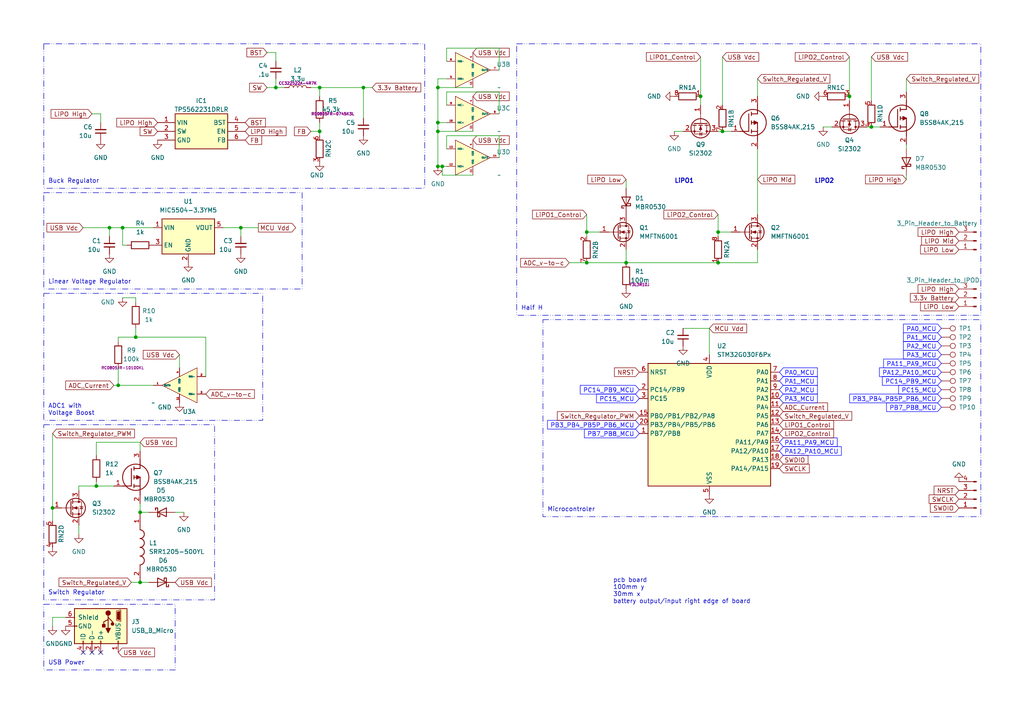
<source format=kicad_sch>
(kicad_sch (version 20230121) (generator eeschema)
  (paper "A4")
  (lib_symbols
    (symbol "BSS84AK_215:BSS84AK,215" (pin_names hide)
      (property "Reference" "Q" (at 11.43 3.81 0))
      (property "Value" "BSS84AK,215" (at 11.43 1.27 0))
      (symbol "BSS84AK,215_1_1"
        (pin passive line (at 0 0 0) (length 2.54) (name "G") (number "1"))
        (pin passive line (at 7.62 -5.08 90) (length 2.54) (name "S") (number "2"))
        (pin passive line (at 7.62 10.16 270) (length 2.54) (name "D") (number "3"))
      )
    )
    (symbol "Connector:Conn_01x03_Pin" (pin_names (offset 1.016) hide)
      (property "Reference" "J" (at 0 5.08 0))
      (property "Value" "Conn_01x03_Pin" (at 0 -5.08 0))
      (symbol "Conn_01x03_Pin_1_1"
        (pin passive line (at 5.08 2.54 180) (length 3.81) (name "Pin_1") (number "1"))
        (pin passive line (at 5.08 0 180) (length 3.81) (name "Pin_2") (number "2"))
        (pin passive line (at 5.08 -2.54 180) (length 3.81) (name "Pin_3") (number "3"))
      )
    )
    (symbol "Connector:Conn_01x04_Pin" (pin_names (offset 1.016) hide)
      (property "Reference" "J" (at 0 5.08 0))
      (property "Value" "Conn_01x04_Pin" (at 0 -7.62 0))
      (symbol "Conn_01x04_Pin_1_1"
        (pin passive line (at 5.08 2.54 180) (length 3.81) (name "Pin_1") (number "1"))
        (pin passive line (at 5.08 0 180) (length 3.81) (name "Pin_2") (number "2"))
        (pin passive line (at 5.08 -2.54 180) (length 3.81) (name "Pin_3") (number "3"))
        (pin passive line (at 5.08 -5.08 180) (length 3.81) (name "Pin_4") (number "4"))
      )
    )
    (symbol "Connector:TestPoint" (pin_numbers hide) (pin_names (offset 0.762) hide)
      (property "Reference" "TP" (at 0 6.858 0))
      (property "Value" "TestPoint" (at 0 5.08 0))
      (symbol "TestPoint_1_1"
        (pin passive line (at 0 0 90) (length 2.54) (name "1") (number "1"))
      )
    )
    (symbol "Connector:USB_B_Micro" (pin_names (offset 1.016))
      (property "Reference" "J" (at -5.08 11.43 0))
      (property "Value" "USB_B_Micro" (at -5.08 8.89 0))
      (symbol "USB_B_Micro_1_1"
        (pin power_out line (at 7.62 5.08 180) (length 2.54) (name "VBUS") (number "1"))
        (pin bidirectional line (at 7.62 -2.54 180) (length 2.54) (name "D-") (number "2"))
        (pin bidirectional line (at 7.62 0 180) (length 2.54) (name "D+") (number "3"))
        (pin passive line (at 7.62 -5.08 180) (length 2.54) (name "ID") (number "4"))
        (pin power_out line (at 0 -10.16 90) (length 2.54) (name "GND") (number "5"))
        (pin passive line (at -2.54 -10.16 90) (length 2.54) (name "Shield") (number "6"))
      )
    )
    (symbol "Device:C_Small" (pin_numbers hide) (pin_names (offset 0.254) hide)
      (property "Reference" "C" (at 0.254 1.778 0))
      (property "Value" "C_Small" (at 0.254 -2.032 0))
      (symbol "C_Small_1_1"
        (pin passive line (at 0 2.54 270) (length 2.032) (name "~") (number "1"))
        (pin passive line (at 0 -2.54 90) (length 2.032) (name "~") (number "2"))
      )
    )
    (symbol "Device:L" (pin_numbers hide) (pin_names (offset 1.016) hide)
      (property "Reference" "L" (at -1.27 0 90))
      (property "Value" "L" (at 1.905 0 90))
      (symbol "L_1_1"
        (pin passive line (at 0 3.81 270) (length 1.27) (name "1") (number "1"))
        (pin passive line (at 0 -3.81 90) (length 1.27) (name "2") (number "2"))
      )
    )
    (symbol "Device:Q_NMOS_GSD" (pin_names (offset 0) hide)
      (property "Reference" "Q" (at 5.08 1.27 0))
      (property "Value" "Q_NMOS_GSD" (at 5.08 -1.27 0))
      (symbol "Q_NMOS_GSD_1_1"
        (pin input line (at -5.08 0 0) (length 2.54) (name "G") (number "1"))
        (pin passive line (at 2.54 -5.08 90) (length 2.54) (name "S") (number "2"))
        (pin passive line (at 2.54 5.08 270) (length 2.54) (name "D") (number "3"))
      )
    )
    (symbol "Device:R" (pin_numbers hide) (pin_names (offset 0))
      (property "Reference" "R" (at 2.032 0 90))
      (property "Value" "R" (at 0 0 90))
      (symbol "R_1_1"
        (pin passive line (at 0 3.81 270) (length 1.27) (name "~") (number "1"))
        (pin passive line (at 0 -3.81 90) (length 1.27) (name "~") (number "2"))
      )
    )
    (symbol "Device:R_Pack04_Split" (pin_names (offset 0) hide)
      (property "Reference" "RN" (at 2.032 0 90))
      (property "Value" "R_Pack04_Split" (at 0 0 90))
      (symbol "R_Pack04_Split_1_1"
        (pin passive line (at 0 -3.81 90) (length 1.27) (name "R1.1") (number "1"))
        (pin passive line (at 0 3.81 270) (length 1.27) (name "R1.2") (number "8"))
      )
      (symbol "R_Pack04_Split_2_1"
        (pin passive line (at 0 -3.81 90) (length 1.27) (name "R2.1") (number "2"))
        (pin passive line (at 0 3.81 270) (length 1.27) (name "R2.2") (number "7"))
      )
      (symbol "R_Pack04_Split_3_1"
        (pin passive line (at 0 -3.81 90) (length 1.27) (name "R3.1") (number "3"))
        (pin passive line (at 0 3.81 270) (length 1.27) (name "R3.2") (number "6"))
      )
      (symbol "R_Pack04_Split_4_1"
        (pin passive line (at 0 -3.81 90) (length 1.27) (name "R4.1") (number "4"))
        (pin passive line (at 0 3.81 270) (length 1.27) (name "R4.2") (number "5"))
      )
    )
    (symbol "Diode:1N5711" (pin_numbers hide) (pin_names (offset 1.016) hide)
      (property "Reference" "D" (at 0 2.54 0))
      (property "Value" "1N5711" (at 0 -2.54 0))
      (symbol "1N5711_1_1"
        (pin passive line (at -3.81 0 0) (length 2.54) (name "K") (number "1"))
        (pin passive line (at 3.81 0 180) (length 2.54) (name "A") (number "2"))
      )
    )
    (symbol "MCU_ST_STM32G0:STM32G030F6Px"
      (property "Reference" "U" (at -17.78 19.05 0))
      (property "Value" "STM32G030F6Px" (at 2.54 19.05 0))
      (symbol "STM32G030F6Px_1_1"
        (pin bidirectional line (at -20.32 -2.54 0) (length 2.54) (name "PB7/PB8") (number "1"))
        (pin bidirectional line (at 20.32 7.62 180) (length 2.54) (name "PA3") (number "10"))
        (pin bidirectional line (at 20.32 5.08 180) (length 2.54) (name "PA4") (number "11"))
        (pin bidirectional line (at 20.32 2.54 180) (length 2.54) (name "PA5") (number "12"))
        (pin bidirectional line (at 20.32 0 180) (length 2.54) (name "PA6") (number "13"))
        (pin bidirectional line (at 20.32 -2.54 180) (length 2.54) (name "PA7") (number "14"))
        (pin bidirectional line (at -20.32 2.54 0) (length 2.54) (name "PB0/PB1/PB2/PA8") (number "15"))
        (pin bidirectional line (at 20.32 -5.08 180) (length 2.54) (name "PA11/PA9") (number "16"))
        (pin bidirectional line (at 20.32 -7.62 180) (length 2.54) (name "PA12/PA10") (number "17"))
        (pin bidirectional line (at 20.32 -10.16 180) (length 2.54) (name "PA13") (number "18"))
        (pin bidirectional line (at 20.32 -12.7 180) (length 2.54) (name "PA14/PA15") (number "19"))
        (pin bidirectional line (at -20.32 10.16 0) (length 2.54) (name "PC14/PB9") (number "2"))
        (pin bidirectional line (at -20.32 0 0) (length 2.54) (name "PB3/PB4/PB5/PB6") (number "20"))
        (pin bidirectional line (at -20.32 7.62 0) (length 2.54) (name "PC15") (number "3"))
        (pin power_in line (at 0 20.32 270) (length 2.54) (name "VDD") (number "4"))
        (pin power_in line (at 0 -20.32 90) (length 2.54) (name "VSS") (number "5"))
        (pin input line (at -20.32 15.24 0) (length 2.54) (name "NRST") (number "6"))
        (pin bidirectional line (at 20.32 15.24 180) (length 2.54) (name "PA0") (number "7"))
        (pin bidirectional line (at 20.32 12.7 180) (length 2.54) (name "PA1") (number "8"))
        (pin bidirectional line (at 20.32 10.16 180) (length 2.54) (name "PA2") (number "9"))
      )
    )
    (symbol "RTOS_POD:MCP6489-E/SL"
      (property "Reference" "U" (at 8.89 -2.54 0))
      (symbol "MCP6489-E/SL_0_1"
        (pin power_in line (at 5.08 -5.08 90) (length 2.54) (name "VSS") (number "11"))
        (pin power_in line (at 5.08 5.08 270) (length 2.54) (name "VDD") (number "4"))
      )
      (symbol "MCP6489-E/SL_1_1"
        (pin output line (at 12.7 0 180) (length 2.54) (name "OUTA") (number "1"))
        (pin input line (at -2.54 2.54 0) (length 2.54) (name "INA-") (number "2"))
        (pin input line (at -2.54 -2.54 0) (length 2.54) (name "INA+") (number "3"))
      )
      (symbol "MCP6489-E/SL_2_1"
        (pin input line (at -2.54 -2.54 0) (length 2.54) (name "INB+") (number "5"))
        (pin input line (at -2.54 2.54 0) (length 2.54) (name "INB-") (number "6"))
        (pin output line (at 12.7 0 180) (length 2.54) (name "OUTB") (number "7"))
      )
      (symbol "MCP6489-E/SL_3_1"
        (pin input line (at -2.54 -2.54 0) (length 2.54) (name "INC+") (number "10"))
        (pin output line (at 12.7 0 180) (length 2.54) (name "OUTA") (number "8"))
        (pin input line (at -2.54 2.54 0) (length 2.54) (name "INC-") (number "9"))
      )
      (symbol "MCP6489-E/SL_4_1"
        (pin input line (at -2.54 -2.54 0) (length 2.54) (name "IND+") (number "12"))
        (pin input line (at -2.54 2.54 0) (length 2.54) (name "IND-") (number "13"))
        (pin output line (at 12.7 0 180) (length 2.54) (name "OUTD") (number "14"))
      )
    )
    (symbol "Regulator_Linear:MIC5504-3.3YM5"
      (property "Reference" "U" (at -7.62 8.89 0))
      (property "Value" "MIC5504-3.3YM5" (at -7.62 6.35 0))
      (symbol "MIC5504-3.3YM5_1_1"
        (pin power_in line (at -10.16 2.54 0) (length 2.54) (name "VIN") (number "1"))
        (pin power_in line (at 0 -7.62 90) (length 2.54) (name "GND") (number "2"))
        (pin input line (at -10.16 -2.54 0) (length 2.54) (name "EN") (number "3"))
        (pin no_connect line (at 7.62 -2.54 180) (length 2.54) hide (name "NC") (number "4"))
        (pin power_out line (at 10.16 2.54 180) (length 2.54) (name "VOUT") (number "5"))
      )
    )
    (symbol "SRR1205-500YL:SRR1205-500YL" (pin_names hide)
      (property "Reference" "L" (at 16.51 6.35 0))
      (property "Value" "SRR1205-500YL" (at 16.51 3.81 0))
      (symbol "SRR1205-500YL_1_1"
        (pin passive line (at 0 0 0) (length 5.08) (name "1") (number "1"))
        (pin passive line (at 20.32 0 180) (length 5.08) (name "2") (number "2"))
      )
    )
    (symbol "TPS562231DRLR:TPS562231DRLR"
      (property "Reference" "IC" (at 21.59 7.62 0))
      (property "Value" "TPS562231DRLR" (at 21.59 5.08 0))
      (symbol "TPS562231DRLR_1_1"
        (pin passive line (at 0 0 0) (length 5.08) (name "VIN") (number "1"))
        (pin passive line (at 0 -2.54 0) (length 5.08) (name "SW") (number "2"))
        (pin passive line (at 0 -5.08 0) (length 5.08) (name "GND") (number "3"))
        (pin passive line (at 25.4 0 180) (length 5.08) (name "BST") (number "4"))
        (pin passive line (at 25.4 -2.54 180) (length 5.08) (name "EN") (number "5"))
        (pin passive line (at 25.4 -5.08 180) (length 5.08) (name "FB") (number "6"))
      )
    )
    (symbol "power:GND" (power) (pin_names (offset 0))
      (property "Value" "GND" (at 0 -3.81 0))
      (symbol "GND_1_1"
        (pin power_in line (at 0 0 270) (length 0) hide (name "GND") (number "1"))
      )
    )
  )
  (junction (at 80.01 25.4))
  (junction (at 105.41 25.4))
  (junction (at 127 35.56))
  (junction (at 40.64 168.91))
  (junction (at 252.73 36.83))
  (junction (at 69.85 66.04))
  (junction (at 208.28 67.31))
  (junction (at 170.18 67.31))
  (junction (at 27.94 140.97))
  (junction (at 34.29 111.76))
  (junction (at 35.56 66.04))
  (junction (at 127 48.26))
  (junction (at 39.37 97.79))
  (junction (at 203.2 27.94))
  (junction (at 127 38.1))
  (junction (at 31.75 66.04))
  (junction (at 15.24 147.32))
  (junction (at 208.28 76.2))
  (junction (at 127 25.4))
  (junction (at 209.55 38.1))
  (junction (at 181.61 76.2))
  (junction (at 128.27 48.26))
  (junction (at 246.38 27.94))
  (junction (at 170.18 76.2))
  (junction (at 92.71 25.4))
  (junction (at 92.71 38.1))
  (junction (at 40.64 148.59))
  (no_connect (at 26.67 189.23))
  (no_connect (at 24.13 189.23))
  (no_connect (at 29.21 189.23))
  (wire (pts (xy 92.71 39.37) (xy 92.71 38.1)))
  (wire (pts (xy 262.89 41.91) (xy 262.89 43.18)))
  (wire (pts (xy 208.28 68.58) (xy 208.28 67.31)))
  (wire (pts (xy 203.2 27.94) (xy 203.2 30.48)))
  (wire (pts (xy 129.54 13.97) (xy 129.54 17.78)))
  (wire (pts (xy 209.55 38.1) (xy 212.09 38.1)))
  (wire (pts (xy 40.64 148.59) (xy 43.18 148.59)))
  (wire (pts (xy 181.61 76.2) (xy 181.61 72.39)))
  (wire (pts (xy 69.85 68.58) (xy 69.85 66.04)))
  (wire (pts (xy 80.01 25.4) (xy 80.01 22.86)))
  (wire (pts (xy 144.78 45.72) (xy 144.78 39.37)))
  (wire (pts (xy 105.41 25.4) (xy 107.95 25.4)))
  (wire (pts (xy 22.86 152.4) (xy 22.86 154.94)))
  (wire (pts (xy 31.75 68.58) (xy 31.75 66.04)))
  (wire (pts (xy 34.29 111.76) (xy 44.45 111.76)))
  (wire (pts (xy 36.83 71.12) (xy 35.56 71.12)))
  (wire (pts (xy 198.12 95.25) (xy 205.74 95.25)))
  (wire (pts (xy 170.18 76.2) (xy 181.61 76.2)))
  (wire (pts (xy 208.28 67.31) (xy 212.09 67.31)))
  (wire (pts (xy 262.89 52.07) (xy 262.89 50.8)))
  (wire (pts (xy 35.56 66.04) (xy 44.45 66.04)))
  (wire (pts (xy 24.13 66.04) (xy 31.75 66.04)))
  (wire (pts (xy 198.12 38.1) (xy 195.58 38.1)))
  (wire (pts (xy 90.17 38.1) (xy 92.71 38.1)))
  (wire (pts (xy 39.37 86.36) (xy 39.37 87.63)))
  (wire (pts (xy 209.55 16.51) (xy 209.55 30.48)))
  (wire (pts (xy 128.27 50.8) (xy 128.27 48.26)))
  (wire (pts (xy 129.54 39.37) (xy 129.54 43.18)))
  (wire (pts (xy 74.93 66.04) (xy 69.85 66.04)))
  (wire (pts (xy 205.74 95.25) (xy 205.74 102.87)))
  (wire (pts (xy 129.54 22.86) (xy 127 22.86)))
  (wire (pts (xy 40.64 128.27) (xy 40.64 130.81)))
  (wire (pts (xy 31.75 66.04) (xy 35.56 66.04)))
  (wire (pts (xy 170.18 67.31) (xy 173.99 67.31)))
  (wire (pts (xy 77.47 25.4) (xy 80.01 25.4)))
  (wire (pts (xy 241.3 36.83) (xy 238.76 36.83)))
  (wire (pts (xy 19.05 179.07) (xy 15.24 179.07)))
  (wire (pts (xy 219.71 22.86) (xy 219.71 27.94)))
  (wire (pts (xy 181.61 52.07) (xy 181.61 54.61)))
  (wire (pts (xy 50.8 148.59) (xy 53.34 148.59)))
  (wire (pts (xy 38.1 168.91) (xy 40.64 168.91)))
  (wire (pts (xy 203.2 16.51) (xy 203.2 27.94)))
  (wire (pts (xy 22.86 140.97) (xy 22.86 142.24)))
  (wire (pts (xy 251.46 36.83) (xy 252.73 36.83)))
  (wire (pts (xy 246.38 27.94) (xy 246.38 29.21)))
  (wire (pts (xy 35.56 86.36) (xy 39.37 86.36)))
  (wire (pts (xy 82.55 25.4) (xy 80.01 25.4)))
  (wire (pts (xy 181.61 76.2) (xy 208.28 76.2)))
  (wire (pts (xy 127 35.56) (xy 129.54 35.56)))
  (wire (pts (xy 129.54 48.26) (xy 128.27 48.26)))
  (wire (pts (xy 144.78 33.02) (xy 144.78 26.67)))
  (wire (pts (xy 208.28 62.23) (xy 208.28 67.31)))
  (wire (pts (xy 170.18 62.23) (xy 170.18 67.31)))
  (wire (pts (xy 34.29 97.79) (xy 39.37 97.79)))
  (wire (pts (xy 77.47 15.24) (xy 80.01 15.24)))
  (wire (pts (xy 252.73 16.51) (xy 252.73 29.21)))
  (wire (pts (xy 127 35.56) (xy 127 38.1)))
  (wire (pts (xy 27.94 128.27) (xy 40.64 128.27)))
  (wire (pts (xy 105.41 25.4) (xy 92.71 25.4)))
  (wire (pts (xy 129.54 26.67) (xy 144.78 26.67)))
  (wire (pts (xy 208.28 76.2) (xy 219.71 76.2)))
  (wire (pts (xy 92.71 25.4) (xy 90.17 25.4)))
  (wire (pts (xy 165.1 76.2) (xy 170.18 76.2)))
  (wire (pts (xy 26.67 33.02) (xy 29.21 33.02)))
  (wire (pts (xy 170.18 68.58) (xy 170.18 67.31)))
  (wire (pts (xy 219.71 76.2) (xy 219.71 72.39)))
  (wire (pts (xy 80.01 15.24) (xy 80.01 17.78)))
  (wire (pts (xy 22.86 140.97) (xy 27.94 140.97)))
  (wire (pts (xy 219.71 43.18) (xy 219.71 62.23)))
  (wire (pts (xy 40.64 168.91) (xy 43.18 168.91)))
  (wire (pts (xy 127 25.4) (xy 137.16 25.4)))
  (wire (pts (xy 34.29 106.68) (xy 34.29 111.76)))
  (wire (pts (xy 144.78 13.97) (xy 129.54 13.97)))
  (wire (pts (xy 137.16 50.8) (xy 128.27 50.8)))
  (wire (pts (xy 127 38.1) (xy 137.16 38.1)))
  (wire (pts (xy 59.69 109.22) (xy 59.69 97.79)))
  (wire (pts (xy 40.64 146.05) (xy 40.64 148.59)))
  (wire (pts (xy 246.38 16.51) (xy 246.38 27.94)))
  (wire (pts (xy 128.27 48.26) (xy 127 48.26)))
  (wire (pts (xy 144.78 20.32) (xy 144.78 13.97)))
  (wire (pts (xy 208.28 38.1) (xy 209.55 38.1)))
  (wire (pts (xy 15.24 179.07) (xy 15.24 181.61)))
  (wire (pts (xy 39.37 97.79) (xy 59.69 97.79)))
  (wire (pts (xy 69.85 66.04) (xy 64.77 66.04)))
  (wire (pts (xy 15.24 125.73) (xy 15.24 147.32)))
  (wire (pts (xy 29.21 33.02) (xy 29.21 35.56)))
  (wire (pts (xy 105.41 34.29) (xy 105.41 25.4)))
  (wire (pts (xy 144.78 39.37) (xy 129.54 39.37)))
  (wire (pts (xy 262.89 22.86) (xy 262.89 26.67)))
  (wire (pts (xy 252.73 36.83) (xy 255.27 36.83)))
  (wire (pts (xy 27.94 140.97) (xy 33.02 140.97)))
  (wire (pts (xy 34.29 97.79) (xy 34.29 99.06)))
  (wire (pts (xy 27.94 139.7) (xy 27.94 140.97)))
  (wire (pts (xy 129.54 26.67) (xy 129.54 30.48)))
  (wire (pts (xy 127 25.4) (xy 127 35.56)))
  (wire (pts (xy 35.56 71.12) (xy 35.56 66.04)))
  (wire (pts (xy 92.71 27.94) (xy 92.71 25.4)))
  (wire (pts (xy 39.37 95.25) (xy 39.37 97.79)))
  (wire (pts (xy 15.24 147.32) (xy 15.24 151.13)))
  (wire (pts (xy 127 22.86) (xy 127 25.4)))
  (wire (pts (xy 27.94 132.08) (xy 27.94 128.27)))
  (wire (pts (xy 92.71 35.56) (xy 92.71 38.1)))
  (wire (pts (xy 127 38.1) (xy 127 48.26)))
  (wire (pts (xy 33.02 111.76) (xy 34.29 111.76)))
  (wire (pts (xy 52.07 102.87) (xy 52.07 106.68)))
  (rectangle (start 157.48 92.71) (end 284.48 149.86) (stroke (width 0) (type dash_dot_dot)))
  (rectangle (start 149.86 12.7) (end 284.48 91.44) (stroke (width 0) (type dash_dot_dot)))
  (rectangle (start 12.7 175.26) (end 50.8 194.31) (stroke (width 0) (type dash_dot_dot)))
  (rectangle (start 12.7 85.09) (end 76.2 121.92) (stroke (width 0) (type dash_dot_dot)))
  (rectangle (start 12.7 123.19) (end 62.23 173.99) (stroke (width 0) (type dash_dot_dot)))
  (rectangle (start 12.7 55.88) (end 87.63 83.82) (stroke (width 0) (type dash_dot_dot)))
  (rectangle (start 12.7 12.7) (end 123.19 54.61) (stroke (width 0) (type dash_dot_dot)))
  (text "Half H\n" (at 151.13 90.17 0) (effects (font (size 1.27 1.27)) (justify left bottom)))
  (text "ADC1 with \nVoltage Boost\n" (at 13.97 120.65 0) (effects (font (size 1.27 1.27)) (justify left bottom)))
  (text "pcb board\n100mm y\n30mm x\nbattery output/input right edge of board\n" (at 177.8 175.26 0) (effects (font (size 1.27 1.27)) (justify left bottom)))
  (text "Microcontroler\n" (at 158.75 148.59 0) (effects (font (size 1.27 1.27)) (justify left bottom)))
  (text "Switch Regulator" (at 13.97 172.72 0) (effects (font (size 1.27 1.27)) (justify left bottom)))
  (text "LiPO1" (at 195.58 53.34 0) (effects (font (size 1.27 1.27) (thickness 0.254) bold) (justify left bottom)))
  (text "Buck Regulator" (at 13.97 53.34 0) (effects (font (size 1.27 1.27)) (justify left bottom)))
  (text "USB Power" (at 13.97 193.04 0) (effects (font (size 1.27 1.27)) (justify left bottom)))
  (text "LiPO2" (at 236.22 53.34 0) (effects (font (size 1.27 1.27) bold) (justify left bottom)))
  (text "Linear Voltage Regulator" (at 13.97 82.55 0) (effects (font (size 1.27 1.27)) (justify left bottom)))
  (global_label "ADC_v-to-c" (shape input) (at 59.69 114.3 0) (property "Intersheetrefs" "${INTERSHEET_REFS}" (effects hide)))
  (global_label "BST" (shape input) (at 71.12 35.56 0) (property "Intersheetrefs" "${INTERSHEET_REFS}" (effects hide)))
  (global_label "USB Vdc" (shape input) (at 137.16 40.64 0) (property "Intersheetrefs" "${INTERSHEET_REFS}" (effects hide)))
  (global_label "SW" (shape input) (at 45.72 38.1 180) (property "Intersheetrefs" "${INTERSHEET_REFS}" (effects hide)))
  (global_label "USB Vdc" (shape input) (at 252.73 16.51 0) (property "Intersheetrefs" "${INTERSHEET_REFS}" (effects hide)))
  (global_label "USB Vdc" (shape input) (at 137.16 15.24 0) (property "Intersheetrefs" "${INTERSHEET_REFS}" (effects hide)))
  (global_label "LiPO1_Control" (shape input) (at 203.2 16.51 180) (property "Intersheetrefs" "${INTERSHEET_REFS}" (effects hide)))
  (global_label "USB Vdc" (shape input) (at 24.13 66.04 180) (property "Intersheetrefs" "${INTERSHEET_REFS}" (effects hide)))
  (global_label "LiPO Low" (shape input) (at 278.13 88.9 180) (property "Intersheetrefs" "${INTERSHEET_REFS}" (effects hide)))
  (global_label "LiPO High" (shape input) (at 262.89 52.07 180) (property "Intersheetrefs" "${INTERSHEET_REFS}" (effects hide)))
  (global_label "Switch_Regulated_V" (shape input) (at 38.1 168.91 180) (property "Intersheetrefs" "${INTERSHEET_REFS}" (effects hide)))
  (global_label "PB7_PB8_MCU" (shape input) (at 273.05 118.11 180) (property "Intersheetrefs" "${INTERSHEET_REFS}" (effects hide)))
  (global_label "PA11_PA9_MCU" (shape input) (at 273.05 105.41 180) (property "Intersheetrefs" "${INTERSHEET_REFS}" (effects hide)))
  (global_label "PA1_MCU" (shape input) (at 273.05 97.79 180) (property "Intersheetrefs" "${INTERSHEET_REFS}" (effects hide)))
  (global_label "SW" (shape input) (at 77.47 25.4 180) (property "Intersheetrefs" "${INTERSHEET_REFS}" (effects hide)))
  (global_label "LiPO1_Control" (shape input) (at 226.06 123.19 0) (property "Intersheetrefs" "${INTERSHEET_REFS}" (effects hide)))
  (global_label "BST" (shape input) (at 77.47 15.24 180) (property "Intersheetrefs" "${INTERSHEET_REFS}" (effects hide)))
  (global_label "USB Vdc" (shape input) (at 50.8 168.91 0) (property "Intersheetrefs" "${INTERSHEET_REFS}" (effects hide)))
  (global_label "PA12_PA10_MCU" (shape input) (at 226.06 130.81 0) (property "Intersheetrefs" "${INTERSHEET_REFS}" (effects hide)))
  (global_label "USB Vdc" (shape input) (at 34.29 189.23 0) (property "Intersheetrefs" "${INTERSHEET_REFS}" (effects hide)))
  (global_label "MCU Vdd" (shape input) (at 205.74 95.25 0) (property "Intersheetrefs" "${INTERSHEET_REFS}" (effects hide)))
  (global_label "NRST" (shape input) (at 278.13 142.24 180) (property "Intersheetrefs" "${INTERSHEET_REFS}" (effects hide)))
  (global_label "ADC_Current" (shape input) (at 33.02 111.76 180) (property "Intersheetrefs" "${INTERSHEET_REFS}" (effects hide)))
  (global_label "FB" (shape input) (at 71.12 40.64 0) (property "Intersheetrefs" "${INTERSHEET_REFS}" (effects hide)))
  (global_label "LiPO2_Control" (shape input) (at 208.28 62.23 180) (property "Intersheetrefs" "${INTERSHEET_REFS}" (effects hide)))
  (global_label "SWDIO" (shape input) (at 278.13 147.32 180) (property "Intersheetrefs" "${INTERSHEET_REFS}" (effects hide)))
  (global_label "PC15_MCU" (shape input) (at 273.05 113.03 180) (property "Intersheetrefs" "${INTERSHEET_REFS}" (effects hide)))
  (global_label "PC14_PB9_MCU" (shape input) (at 273.05 110.49 180) (property "Intersheetrefs" "${INTERSHEET_REFS}" (effects hide)))
  (global_label "Switch_Regulated_V" (shape input) (at 219.71 22.86 0) (property "Intersheetrefs" "${INTERSHEET_REFS}" (effects hide)))
  (global_label "USB Vdc" (shape input) (at 137.16 27.94 0) (property "Intersheetrefs" "${INTERSHEET_REFS}" (effects hide)))
  (global_label "LiPO2_Control" (shape input) (at 226.06 125.73 0) (property "Intersheetrefs" "${INTERSHEET_REFS}" (effects hide)))
  (global_label "LiPO Low" (shape input) (at 278.13 72.39 180) (property "Intersheetrefs" "${INTERSHEET_REFS}" (effects hide)))
  (global_label "ADC_v-to-c" (shape input) (at 165.1 76.2 180) (property "Intersheetrefs" "${INTERSHEET_REFS}" (effects hide)))
  (global_label "SWCLK" (shape input) (at 226.06 135.89 0) (property "Intersheetrefs" "${INTERSHEET_REFS}" (effects hide)))
  (global_label "PA3_MCU" (shape input) (at 226.06 115.57 0) (property "Intersheetrefs" "${INTERSHEET_REFS}" (effects hide)))
  (global_label "PA3_MCU" (shape input) (at 273.05 102.87 180) (property "Intersheetrefs" "${INTERSHEET_REFS}" (effects hide)))
  (global_label "3.3v Battery" (shape input) (at 278.13 86.36 180) (property "Intersheetrefs" "${INTERSHEET_REFS}" (effects hide)))
  (global_label "FB" (shape input) (at 90.17 38.1 180) (property "Intersheetrefs" "${INTERSHEET_REFS}" (effects hide)))
  (global_label "PB3_PB4_PB5P_PB6_MCU" (shape input) (at 273.05 115.57 180) (property "Intersheetrefs" "${INTERSHEET_REFS}" (effects hide)))
  (global_label "Switch_Regulated_V" (shape input) (at 226.06 120.65 0) (property "Intersheetrefs" "${INTERSHEET_REFS}" (effects hide)))
  (global_label "PB3_PB4_PB5P_PB6_MCU" (shape input) (at 185.42 123.19 180) (property "Intersheetrefs" "${INTERSHEET_REFS}" (effects hide)))
  (global_label "SWCLK" (shape input) (at 278.13 144.78 180) (property "Intersheetrefs" "${INTERSHEET_REFS}" (effects hide)))
  (global_label "PA0_MCU" (shape input) (at 226.06 107.95 0) (property "Intersheetrefs" "${INTERSHEET_REFS}" (effects hide)))
  (global_label "Switch_Regulated_V" (shape input) (at 262.89 22.86 0) (property "Intersheetrefs" "${INTERSHEET_REFS}" (effects hide)))
  (global_label "3.3v Battery" (shape input) (at 107.95 25.4 0) (property "Intersheetrefs" "${INTERSHEET_REFS}" (effects hide)))
  (global_label "ADC_Current" (shape input) (at 226.06 118.11 0) (property "Intersheetrefs" "${INTERSHEET_REFS}" (effects hide)))
  (global_label "PB7_PB8_MCU" (shape input) (at 185.42 125.73 180) (property "Intersheetrefs" "${INTERSHEET_REFS}" (effects hide)))
  (global_label "MCU Vdd" (shape output) (at 74.93 66.04 0) (property "Intersheetrefs" "${INTERSHEET_REFS}" (effects hide)))
  (global_label "LiPO High" (shape input) (at 71.12 38.1 0) (property "Intersheetrefs" "${INTERSHEET_REFS}" (effects hide)))
  (global_label "USB Vdc" (shape input) (at 40.64 128.27 0) (property "Intersheetrefs" "${INTERSHEET_REFS}" (effects hide)))
  (global_label "LiPO High" (shape input) (at 278.13 67.31 180) (property "Intersheetrefs" "${INTERSHEET_REFS}" (effects hide)))
  (global_label "PA1_MCU" (shape input) (at 226.06 110.49 0) (property "Intersheetrefs" "${INTERSHEET_REFS}" (effects hide)))
  (global_label "LiPO2_Control" (shape input) (at 246.38 16.51 180) (property "Intersheetrefs" "${INTERSHEET_REFS}" (effects hide)))
  (global_label "PC15_MCU" (shape input) (at 185.42 115.57 180) (property "Intersheetrefs" "${INTERSHEET_REFS}" (effects hide)))
  (global_label "LiPO1_Control" (shape input) (at 170.18 62.23 180) (property "Intersheetrefs" "${INTERSHEET_REFS}" (effects hide)))
  (global_label "LiPO Mid" (shape input) (at 219.71 52.07 0) (property "Intersheetrefs" "${INTERSHEET_REFS}" (effects hide)))
  (global_label "Switch_Regulator_PWM" (shape input) (at 185.42 120.65 180) (property "Intersheetrefs" "${INTERSHEET_REFS}" (effects hide)))
  (global_label "USB Vdc" (shape input) (at 209.55 16.51 0) (property "Intersheetrefs" "${INTERSHEET_REFS}" (effects hide)))
  (global_label "LiPO High" (shape input) (at 45.72 35.56 180) (property "Intersheetrefs" "${INTERSHEET_REFS}" (effects hide)))
  (global_label "PA12_PA10_MCU" (shape input) (at 273.05 107.95 180) (property "Intersheetrefs" "${INTERSHEET_REFS}" (effects hide)))
  (global_label "Switch_Regulator_PWM" (shape input) (at 15.24 125.73 0) (property "Intersheetrefs" "${INTERSHEET_REFS}" (effects hide)))
  (global_label "SWDIO" (shape input) (at 226.06 133.35 0) (property "Intersheetrefs" "${INTERSHEET_REFS}" (effects hide)))
  (global_label "PA2_MCU" (shape input) (at 226.06 113.03 0) (property "Intersheetrefs" "${INTERSHEET_REFS}" (effects hide)))
  (global_label "NRST" (shape input) (at 185.42 107.95 180) (property "Intersheetrefs" "${INTERSHEET_REFS}" (effects hide)))
  (global_label "USB Vdc" (shape input) (at 52.07 102.87 180) (property "Intersheetrefs" "${INTERSHEET_REFS}" (effects hide)))
  (global_label "LiPO High" (shape input) (at 26.67 33.02 180) (property "Intersheetrefs" "${INTERSHEET_REFS}" (effects hide)))
  (global_label "PA2_MCU" (shape input) (at 273.05 100.33 180) (property "Intersheetrefs" "${INTERSHEET_REFS}" (effects hide)))
  (global_label "LiPO Low" (shape input) (at 181.61 52.07 180) (property "Intersheetrefs" "${INTERSHEET_REFS}" (effects hide)))
  (global_label "PA11_PA9_MCU" (shape input) (at 226.06 128.27 0) (property "Intersheetrefs" "${INTERSHEET_REFS}" (effects hide)))
  (global_label "LiPO High" (shape input) (at 278.13 83.82 180) (property "Intersheetrefs" "${INTERSHEET_REFS}" (effects hide)))
  (global_label "PA0_MCU" (shape input) (at 273.05 95.25 180) (property "Intersheetrefs" "${INTERSHEET_REFS}" (effects hide)))
  (global_label "PC14_PB9_MCU" (shape input) (at 185.42 113.03 180) (property "Intersheetrefs" "${INTERSHEET_REFS}" (effects hide)))
  (global_label "LiPO Mid" (shape input) (at 278.13 69.85 180) (property "Intersheetrefs" "${INTERSHEET_REFS}" (effects hide)))
  (symbol (lib_id "Device:R") (at 27.94 135.89 180) (unit 1)
    (property "Reference" "R12" (at 30.48 134.62 0) (effects (justify right)))
    (property "Value" "1k" (at 30.48 137.16 0) (effects (justify right)))
    (property "Footprint" "Resistor_SMD:R_0805_2012Metric" (effects hide))
    (property "Manufacturer" "Bourns" (effects hide))
    (property "Manufacturer Part Number" "CR0805-JW-102ELF" (effects hide))
    (property "Mouser Part Number" "652-CR0805JW-102ELF" (effects hide))
    (property "Mouser Price/Stock" "https://www.mouser.com/ProductDetail/Bourns/CR0805-JW-102ELF?qs=sGAEpiMZZMtlubZbdhIBIPJRFm2x4gVbKRFwRkY2vaI%3D" (effects hide))
  )
  (symbol (lib_id "Connector:TestPoint") (at 273.05 110.49 270) (unit 1)
    (property "Reference" "TP7" (at 278.13 110.49 90) (effects (justify left)))
    (property "Value" "TestPoint" (effects hide))
    (property "Footprint" "TestPoint:TestPoint_Loop_D2.50mm_Drill1.85mm" (effects hide))
  )
  (symbol (lib_id "Device:R") (at 40.64 71.12 270) (unit 1)
    (property "Reference" "R4" (at 40.64 64.77 90))
    (property "Value" "1k" (at 40.64 67.31 90))
    (property "Footprint" "Resistor_SMD:R_0805_2012Metric" (effects hide))
    (property "Manufacturer" "Bourns" (effects hide))
    (property "Manufacturer Part Number" "CR0805-JW-102ELF" (effects hide))
    (property "Mouser Part Number" "652-CR0805JW-102ELF" (effects hide))
    (property "Mouser Price/Stock" "https://www.mouser.com/ProductDetail/Bourns/CR0805-JW-102ELF?qs=sGAEpiMZZMtlubZbdhIBIPJRFm2x4gVbKRFwRkY2vaI%3D" (effects hide))
  )
  (symbol (lib_id "Device:Q_NMOS_GSD") (at 20.32 147.32 0) (unit 1)
    (property "Reference" "Q3" (at 26.67 146.05 0) (effects (justify left)))
    (property "Value" "SI2302" (at 26.67 148.59 0) (effects (justify left)))
    (property "Footprint" "Package_TO_SOT_SMD:SOT-23" (effects hide))
  )
  (symbol (lib_id "BSS84AK_215:BSS84AK,215") (at 33.02 140.97 0) (unit 1)
    (property "Reference" "Q7" (at 44.45 137.16 0) (effects (justify left)))
    (property "Value" "BSS84AK,215" (at 44.45 139.7 0) (effects (justify left)))
    (property "Footprint" "Library:SOT95P230X110-3N" (effects hide))
    (property "Height" "1.1" (effects hide))
    (property "Mouser Part Number" "771-BSS84AK215" (effects hide))
    (property "Mouser Price/Stock" "https://www.mouser.co.uk/ProductDetail/Nexperia/BSS84AK215?qs=A1cBxND5mHJndJgHJTE1yg%3D%3D" (effects hide))
    (property "Manufacturer" "Nexperia" (effects hide))
    (property "Manufacturer Part Number" "BSS84AK,215" (effects hide))
  )
  (symbol (lib_id "power:GND") (at 35.56 86.36 0) (unit 1)
    (property "Reference" "#PWR08" (effects hide))
    (property "Value" "GND" (at 29.21 87.63 0) (effects (justify left)))
  )
  (symbol (lib_id "power:GND") (at 205.74 143.51 0) (unit 1)
    (property "Reference" "#PWR07" (effects hide))
    (property "Value" "GND" (at 205.74 148.59 0))
  )
  (symbol (lib_id "Device:R_Pack04_Split") (at 15.24 154.94 0) (unit 4)
    (property "Reference" "RN2" (at 17.78 157.48 90) (effects (justify left)))
    (property "Value" "R_Pack04_Split_2" (effects hide))
    (property "Footprint" "Resistor_SMD:R_Array_Concave_4x0603" (effects hide))
  )
  (symbol (lib_id "Device:L") (at 86.36 25.4 90) (unit 1)
    (property "Reference" "L2" (at 86.36 20.32 90))
    (property "Value" "3.3u" (at 86.36 22.86 90))
    (property "Footprint" "Library:CC322522A-4R7K" (effects hide))
    (property "Mouser Price/Stock" "https://www.mouser.com/ProductDetail/Bourns/CC322522A-4R7K?qs=BJlw7L4Cy7%2Fy09%2BRq8LovQ%3D%3D" (effects hide))
    (property "Mouser Part Number" "652-CC322522A-4R7K" (effects hide))
    (property "Manufacturer Part Number" "CC322522A-4R7K" (at 86.36 24.13 90) (effects (font (size 0.8 0.8))))
    (property "Manufacturer" "Bourns" (effects hide))
  )
  (symbol (lib_id "Device:R_Pack04_Split") (at 199.39 27.94 90) (unit 1)
    (property "Reference" "RN1" (at 201.93 25.4 90) (effects (justify left)))
    (property "Value" "R_Pack04_Split_2" (effects hide))
    (property "Footprint" "Resistor_SMD:R_Array_Concave_4x0603" (effects hide))
  )
  (symbol (lib_id "Connector:TestPoint") (at 273.05 118.11 270) (unit 1)
    (property "Reference" "TP10" (at 278.13 118.11 90) (effects (justify left)))
    (property "Value" "TestPoint" (effects hide))
    (property "Footprint" "TestPoint:TestPoint_Loop_D2.50mm_Drill1.85mm" (effects hide))
  )
  (symbol (lib_id "Device:Q_NMOS_GSD") (at 203.2 35.56 270) (unit 1)
    (property "Reference" "Q9" (at 203.2 41.91 90))
    (property "Value" "SI2302" (at 203.2 44.45 90))
    (property "Footprint" "Package_TO_SOT_SMD:SOT-23" (effects hide))
  )
  (symbol (lib_id "power:GND") (at 238.76 27.94 270) (unit 1)
    (property "Reference" "#PWR019" (effects hide))
    (property "Value" "GND" (at 234.95 27.94 90) (effects (justify right)))
  )
  (symbol (lib_id "BSS84AK_215:BSS84AK,215") (at 212.09 38.1 0) (unit 1)
    (property "Reference" "Q6" (at 223.52 34.29 0) (effects (justify left)))
    (property "Value" "BSS84AK,215" (at 223.52 36.83 0) (effects (justify left)))
    (property "Footprint" "Library:SOT95P230X110-3N" (effects hide))
    (property "Height" "1.1" (effects hide))
    (property "Mouser Part Number" "771-BSS84AK215" (effects hide))
    (property "Mouser Price/Stock" "https://www.mouser.co.uk/ProductDetail/Nexperia/BSS84AK215?qs=A1cBxND5mHJndJgHJTE1yg%3D%3D" (effects hide))
    (property "Manufacturer" "Nexperia" (effects hide))
    (property "Manufacturer Part Number" "BSS84AK,215" (effects hide))
  )
  (symbol (lib_id "power:GND") (at 31.75 73.66 0) (unit 1)
    (property "Reference" "#PWR012" (effects hide))
    (property "Value" "GND" (at 31.75 78.74 0))
  )
  (symbol (lib_id "power:GND") (at 195.58 38.1 0) (unit 1)
    (property "Reference" "#PWR014" (effects hide))
    (property "Value" "GND" (at 195.58 43.18 0))
  )
  (symbol (lib_id "Device:C_Small") (at 69.85 71.12 180) (unit 1)
    (property "Reference" "C3" (at 64.77 69.85 0) (effects (justify right)))
    (property "Value" "10u" (at 63.5 72.39 0) (effects (justify right)))
    (property "Footprint" "Capacitor_SMD:C_0805_2012Metric_Pad1.18x1.45mm_HandSolder" (effects hide))
    (property "Manufacturer" "Samsung Electro-Mechanics" (effects hide))
    (property "Manufacturer Part Number" "CL21A106KOQNNNE" (effects hide))
    (property "Mouser Part Number" "187-CL21A106KOQNNNE" (effects hide))
    (property "Mouser Price/Stock" "https://www.mouser.com/ProductDetail/Samsung-Electro-Mechanics/CL21A106KOQNNNE?qs=sGAEpiMZZMsh%252B1woXyUXj7iNKXiFkBmwjufexzBEAvI%3D" (effects hide))
  )
  (symbol (lib_id "Connector:TestPoint") (at 273.05 102.87 270) (unit 1)
    (property "Reference" "TP4" (at 278.13 102.87 90) (effects (justify left)))
    (property "Value" "TestPoint" (effects hide))
    (property "Footprint" "TestPoint:TestPoint_Loop_D2.50mm_Drill1.85mm" (effects hide))
  )
  (symbol (lib_id "power:GND") (at 53.34 148.59 0) (unit 1)
    (property "Reference" "#PWR09" (effects hide))
    (property "Value" "GND" (at 53.34 153.67 0))
  )
  (symbol (lib_id "Device:Q_NMOS_GSD") (at 246.38 34.29 270) (unit 1)
    (property "Reference" "Q4" (at 246.38 40.64 90))
    (property "Value" "SI2302" (at 246.38 43.18 90))
    (property "Footprint" "Package_TO_SOT_SMD:SOT-23" (effects hide))
  )
  (symbol (lib_id "Device:R") (at 181.61 80.01 0) (unit 1)
    (property "Reference" "R1" (at 184.15 78.74 0) (effects (justify left)))
    (property "Value" "100m" (at 182.88 81.28 0) (effects (justify left)))
    (property "Footprint" "Resistor_SMD:R_0805_2012Metric" (effects hide))
    (property "Manufacturer" "CTS Electronic Components" (effects hide))
    (property "Manufacturer Part Number" "73L3R10J" (at 185.42 82.55 0) (effects (font (size 0.8 0.8))))
    (property "Mouser Part Number" "774-73L3R10J" (effects hide))
    (property "Mouser Price/Stock" "https://www.mouser.com/ProductDetail/CTS-Electronic-Components/73L3R10J?qs=sGAEpiMZZMtlubZbdhIBII1XFqDdukOvFINJ4CXOzPk%3D" (effects hide))
  )
  (symbol (lib_id "SRR1205-500YL:SRR1205-500YL") (at 40.64 148.59 270) (unit 1)
    (property "Reference" "L1" (at 43.18 157.48 90) (effects (justify left)))
    (property "Value" "SRR1205-500YL" (at 43.18 160.02 90) (effects (justify left)))
    (property "Footprint" "Library:SRR1205500YL" (effects hide))
    (property "Datasheet" "https://www.bourns.com/data/global/pdfs/SRR1205.pdf" (effects hide))
    (property "Height" "5.5" (effects hide))
    (property "Mouser Part Number" "652-SRR1205-500YL" (effects hide))
    (property "Mouser Price/Stock" "https://www.mouser.co.uk/ProductDetail/Bourns/SRR1205-500YL?qs=iR9JlTGiDnVu0txHEBsynw%3D%3D" (effects hide))
  )
  (symbol (lib_id "Connector:TestPoint") (at 273.05 100.33 270) (unit 1)
    (property "Reference" "TP3" (at 278.13 100.33 90) (effects (justify left)))
    (property "Value" "TestPoint" (effects hide))
    (property "Footprint" "TestPoint:TestPoint_Loop_D2.50mm_Drill1.85mm" (effects hide))
  )
  (symbol (lib_id "Connector:TestPoint") (at 273.05 97.79 270) (unit 1)
    (property "Reference" "TP2" (at 278.13 97.79 90) (effects (justify left)))
    (property "Value" "TestPoint" (effects hide))
    (property "Footprint" "TestPoint:TestPoint_Loop_D2.50mm_Drill1.85mm" (effects hide))
  )
  (symbol (lib_id "Device:Q_NMOS_GSD") (at 179.07 67.31 0) (unit 1)
    (property "Reference" "Q1" (at 185.42 66.04 0) (effects (justify left)))
    (property "Value" "MMFTN6001" (at 185.42 68.58 0) (effects (justify left)))
    (property "Footprint" "Package_TO_SOT_SMD:SOT-23" (effects hide))
    (property "Manufacturer" "Diotec Semiconductor" (effects hide))
    (property "Manufacturer Part Number" "MMFTN6001" (effects hide))
    (property "Mouser Part Number" "637-MMFTN6001" (effects hide))
    (property "Mouser Price/Stock" "https://www.mouser.com/ProductDetail/Diotec-Semiconductor/MMFTN6001?qs=Wj%2FVkw3K%252BMBEABncUaRa2w%3D%3D" (effects hide))
  )
  (symbol (lib_id "power:GND") (at 22.86 154.94 0) (unit 1)
    (property "Reference" "#PWR04" (effects hide))
    (property "Value" "GND" (at 22.86 160.02 0))
  )
  (symbol (lib_id "power:GND") (at 238.76 36.83 0) (unit 1)
    (property "Reference" "#PWR013" (effects hide))
    (property "Value" "GND" (at 238.76 41.91 0))
  )
  (symbol (lib_id "Diode:1N5711") (at 181.61 58.42 90) (unit 1)
    (property "Reference" "D1" (at 184.15 57.4675 90) (effects (justify right)))
    (property "Value" "MBR0530 " (at 184.15 60.0075 90) (effects (justify right)))
    (property "Footprint" "Diode_SMD:D_SOD-123" (effects hide))
    (property "Datasheet" "https://www.microsemi.com/document-portal/doc_download/8865-lds-0040-datasheet" (effects hide))
    (property "Mouser Price/Stock" "https://www.mouser.com/ProductDetail/Micro-Commercial-Components-MCC/MBR0530-TP?qs=KFo7JewZbUECRHkxGanrdg%3D%3D" (effects hide))
    (property "Mouser Part Number" "833-MBR0530-TP" (effects hide))
    (property "Manufacturer Part Number" "MBR0530" (effects hide))
    (property "Manufacturer" "Micro Commercial Components" (effects hide))
  )
  (symbol (lib_id "Device:R_Pack04_Split") (at 208.28 72.39 0) (unit 1)
    (property "Reference" "RN2" (at 210.82 74.93 90) (effects (justify left)))
    (property "Value" "R_Pack04_Split_2" (effects hide))
    (property "Footprint" "Resistor_SMD:R_Array_Concave_4x0603" (effects hide))
  )
  (symbol (lib_id "Diode:1N5711") (at 46.99 148.59 0) (unit 1)
    (property "Reference" "D5" (at 46.6725 142.24 0))
    (property "Value" "MBR0530 " (at 46.6725 144.78 0))
    (property "Footprint" "Diode_SMD:D_SOD-123" (effects hide))
    (property "Datasheet" "https://www.microsemi.com/document-portal/doc_download/8865-lds-0040-datasheet" (effects hide))
    (property "Manufacturer" "Micro Commercial Components" (effects hide))
    (property "Manufacturer Part Number" "MBR0530" (effects hide))
    (property "Mouser Part Number" "833-MBR0530-TP" (effects hide))
    (property "Mouser Price/Stock" "https://www.mouser.com/ProductDetail/Micro-Commercial-Components-MCC/MBR0530-TP?qs=KFo7JewZbUECRHkxGanrdg%3D%3D" (effects hide))
  )
  (symbol (lib_id "Connector:TestPoint") (at 273.05 105.41 270) (unit 1)
    (property "Reference" "TP5" (at 278.13 105.41 90) (effects (justify left)))
    (property "Value" "TestPoint" (effects hide))
    (property "Footprint" "TestPoint:TestPoint_Loop_D2.50mm_Drill1.85mm" (effects hide))
  )
  (symbol (lib_id "power:GND") (at 105.41 39.37 0) (unit 1)
    (property "Reference" "#PWR023" (effects hide))
    (property "Value" "GND" (at 105.41 44.45 0))
  )
  (symbol (lib_id "Connector:Conn_01x04_Pin") (at 283.21 144.78 180) (unit 1)
    (property "Reference" "J5" (effects hide))
    (property "Value" "Conn_01x04_Pin" (effects hide))
    (property "Footprint" "Connector_PinHeader_2.54mm:PinHeader_1x04_P2.54mm_Vertical" (effects hide))
  )
  (symbol (lib_id "power:GND") (at 45.72 40.64 0) (unit 1)
    (property "Reference" "#PWR021" (effects hide))
    (property "Value" "GND" (at 45.72 45.72 0))
  )
  (symbol (lib_id "Regulator_Linear:MIC5504-3.3YM5") (at 54.61 68.58 0) (unit 1)
    (property "Reference" "U1" (at 54.61 58.42 0))
    (property "Value" "MIC5504-3.3YM5" (at 54.61 60.96 0))
    (property "Footprint" "Package_TO_SOT_SMD:SOT-23-5" (effects hide))
    (property "Datasheet" "http://ww1.microchip.com/downloads/en/DeviceDoc/MIC550X.pdf" (effects hide))
  )
  (symbol (lib_id "Connector:USB_B_Micro") (at 29.21 181.61 270) (unit 1)
    (property "Reference" "J3" (at 38.1 180.34 90) (effects (justify left)))
    (property "Value" "USB_B_Micro" (at 38.1 182.88 90) (effects (justify left)))
    (property "Footprint" "Library:USB_Micro-B_roundholes" (effects hide))
  )
  (symbol (lib_id "Device:Q_NMOS_GSD") (at 217.17 67.31 0) (unit 1)
    (property "Reference" "Q2" (at 223.52 66.04 0) (effects (justify left)))
    (property "Value" "MMFTN6001" (at 223.52 68.58 0) (effects (justify left)))
    (property "Footprint" "Package_TO_SOT_SMD:SOT-23" (effects hide))
    (property "Manufacturer" "Diotec Semiconductor" (effects hide))
    (property "Manufacturer Part Number" "MMFTN6001" (effects hide))
    (property "Mouser Part Number" "637-MMFTN6001" (effects hide))
    (property "Mouser Price/Stock" "https://www.mouser.com/ProductDetail/Diotec-Semiconductor/MMFTN6001?qs=Wj%2FVkw3K%252BMBEABncUaRa2w%3D%3D" (effects hide))
  )
  (symbol (lib_id "Diode:1N5711") (at 46.99 168.91 180) (unit 1)
    (property "Reference" "D6" (at 47.3075 162.56 0))
    (property "Value" "MBR0530 " (at 47.3075 165.1 0))
    (property "Footprint" "Diode_SMD:D_SOD-123" (effects hide))
    (property "Datasheet" "https://www.microsemi.com/document-portal/doc_download/8865-lds-0040-datasheet" (effects hide))
    (property "Manufacturer" "Micro Commercial Components" (effects hide))
    (property "Manufacturer Part Number" "MBR0530" (effects hide))
    (property "Mouser Part Number" "833-MBR0530-TP" (effects hide))
    (property "Mouser Price/Stock" "https://www.mouser.com/ProductDetail/Micro-Commercial-Components-MCC/MBR0530-TP?qs=KFo7JewZbUECRHkxGanrdg%3D%3D" (effects hide))
  )
  (symbol (lib_id "Connector:Conn_01x03_Pin") (at 283.21 69.85 180) (unit 1)
    (property "Reference" "J2" (effects hide))
    (property "Value" "3_Pin_Header_to_Battery" (at 271.78 64.77 0))
    (property "Footprint" "Connector_PinHeader_2.54mm:PinHeader_1x03_P2.54mm_Vertical" (effects hide))
  )
  (symbol (lib_id "Device:C_Small") (at 31.75 71.12 180) (unit 1)
    (property "Reference" "C1" (at 26.67 69.85 0) (effects (justify right)))
    (property "Value" "10u" (at 25.4 72.39 0) (effects (justify right)))
    (property "Footprint" "Capacitor_SMD:C_0805_2012Metric_Pad1.18x1.45mm_HandSolder" (effects hide))
    (property "Manufacturer" "Samsung Electro-Mechanics" (effects hide))
    (property "Manufacturer Part Number" "CL21A106KOQNNNE" (effects hide))
    (property "Mouser Part Number" "187-CL21A106KOQNNNE" (effects hide))
    (property "Mouser Price/Stock" "https://www.mouser.com/ProductDetail/Samsung-Electro-Mechanics/CL21A106KOQNNNE?qs=sGAEpiMZZMsh%252B1woXyUXj7iNKXiFkBmwjufexzBEAvI%3D" (effects hide))
  )
  (symbol (lib_id "RTOS_POD:MCP6489-E/SL") (at 132.08 20.32 0) (unit 2)
    (property "Reference" "U3" (at 146.05 18.6827 0))
    (property "Value" "~" (at 144.78 25.4 0))
    (property "Footprint" "Package_SO:SOIC-14_3.9x8.7mm_P1.27mm" (effects hide))
    (property "Datasheet" "https://ww1.microchip.com/downloads/aemDocuments/documents/MSLD/ProductDocuments/DataSheets/MCP6486-Family-Data-Sheet-DS20006679.pdf" (effects hide))
  )
  (symbol (lib_id "Device:R_Pack04_Split") (at 242.57 27.94 90) (unit 3)
    (property "Reference" "RN1" (at 245.11 25.4 90) (effects (justify left)))
    (property "Value" "R_Pack04_Split_2" (effects hide))
    (property "Footprint" "Resistor_SMD:R_Array_Concave_4x0603" (effects hide))
  )
  (symbol (lib_id "power:GND") (at 195.58 27.94 270) (unit 1)
    (property "Reference" "#PWR018" (effects hide))
    (property "Value" "GND" (at 191.77 27.94 90) (effects (justify right)))
  )
  (symbol (lib_id "power:GND") (at 69.85 73.66 0) (unit 1)
    (property "Reference" "#PWR015" (effects hide))
    (property "Value" "GND" (at 69.85 78.74 0))
  )
  (symbol (lib_id "power:GND") (at 181.61 83.82 0) (unit 1)
    (property "Reference" "#PWR017" (effects hide))
    (property "Value" "GND" (at 181.61 88.9 0))
  )
  (symbol (lib_id "Connector:Conn_01x03_Pin") (at 283.21 86.36 180) (unit 1)
    (property "Reference" "J4" (effects hide))
    (property "Value" "3_Pin_Header_to_IPOD" (at 262.89 81.28 0) (effects (justify right)))
    (property "Footprint" "Connector_PinHeader_2.54mm:PinHeader_1x03_P2.54mm_Vertical" (effects hide))
  )
  (symbol (lib_id "power:GND") (at 52.07 116.84 0) (unit 1)
    (property "Reference" "#PWR010" (effects hide))
    (property "Value" "GND" (at 45.72 118.11 0) (effects (justify left)))
  )
  (symbol (lib_id "Device:R_Pack04_Split") (at 170.18 72.39 180) (unit 2)
    (property "Reference" "RN2" (at 172.72 69.85 90) (effects (justify left)))
    (property "Value" "R_Pack04_Split_2" (effects hide))
    (property "Footprint" "Resistor_SMD:R_Array_Concave_4x0603" (effects hide))
  )
  (symbol (lib_id "Device:C_Small") (at 198.12 97.79 180) (unit 1)
    (property "Reference" "C2" (at 193.04 96.52 0) (effects (justify right)))
    (property "Value" "10u" (at 191.77 99.06 0) (effects (justify right)))
    (property "Footprint" "Capacitor_SMD:C_0805_2012Metric_Pad1.18x1.45mm_HandSolder" (effects hide))
    (property "Manufacturer" "Samsung Electro-Mechanics" (effects hide))
    (property "Manufacturer Part Number" "CL21A106KOQNNNE" (effects hide))
    (property "Mouser Part Number" "187-CL21A106KOQNNNE" (effects hide))
    (property "Mouser Price/Stock" "https://www.mouser.com/ProductDetail/Samsung-Electro-Mechanics/CL21A106KOQNNNE?qs=sGAEpiMZZMsh%252B1woXyUXj7iNKXiFkBmwjufexzBEAvI%3D" (effects hide))
  )
  (symbol (lib_id "power:GND") (at 15.24 158.75 0) (unit 1)
    (property "Reference" "#PWR026" (effects hide))
    (property "Value" "GND" (effects hide))
  )
  (symbol (lib_id "Device:C_Small") (at 105.41 36.83 180) (unit 1)
    (property "Reference" "C5" (at 100.33 35.56 0) (effects (justify right)))
    (property "Value" "10u" (at 99.06 38.1 0) (effects (justify right)))
    (property "Footprint" "Capacitor_SMD:C_0805_2012Metric_Pad1.18x1.45mm_HandSolder" (effects hide))
    (property "Manufacturer" "Samsung Electro-Mechanics" (effects hide))
    (property "Manufacturer Part Number" "CL21A106KOQNNNE" (effects hide))
    (property "Mouser Part Number" "187-CL21A106KOQNNNE" (effects hide))
    (property "Mouser Price/Stock" "https://www.mouser.com/ProductDetail/Samsung-Electro-Mechanics/CL21A106KOQNNNE?qs=sGAEpiMZZMsh%252B1woXyUXj7iNKXiFkBmwjufexzBEAvI%3D" (effects hide))
  )
  (symbol (lib_id "power:GND") (at 92.71 46.99 0) (unit 1)
    (property "Reference" "#PWR022" (effects hide))
    (property "Value" "GND" (at 93.98 50.8 0) (effects (justify right)))
  )
  (symbol (lib_id "Connector:TestPoint") (at 273.05 113.03 270) (unit 1)
    (property "Reference" "TP8" (at 278.13 113.03 90) (effects (justify left)))
    (property "Value" "TestPoint" (effects hide))
    (property "Footprint" "TestPoint:TestPoint_Loop_D2.50mm_Drill1.85mm" (effects hide))
  )
  (symbol (lib_id "Device:R_Pack04_Split") (at 92.71 43.18 0) (unit 3)
    (property "Reference" "RN2" (at 95.25 45.72 90) (effects (justify left)))
    (property "Value" "R_Pack04_Split_2" (effects hide))
    (property "Footprint" "Resistor_SMD:R_Array_Concave_4x0603" (effects hide))
  )
  (symbol (lib_id "Device:R") (at 92.71 31.75 0) (unit 1)
    (property "Reference" "R5" (at 96.52 29.21 0))
    (property "Value" "45.3k " (at 96.52 31.75 0))
    (property "Footprint" "Library:CR0603-FX-4532ELF" (effects hide))
    (property "Mouser Price/Stock" "https://www.mouser.com/ProductDetail/YAGEO/RC0805FR-0745K3L?qs=sGAEpiMZZMtlubZbdhIBIDa%2FhYjOd3Y%252BGf1Ps2lJSb4%3D" (effects hide))
    (property "Mouser Part Number" "603-RC0805FR-0745K3L" (effects hide))
    (property "Manufacturer Part Number" "RC0805FR-0745K3L" (at 96.52 33.02 0) (effects (font (size 0.8 0.8))))
    (property "Manufacturer" "YAGEO" (effects hide))
  )
  (symbol (lib_id "Device:C_Small") (at 80.01 20.32 180) (unit 1)
    (property "Reference" "C4" (at 74.93 19.05 0) (effects (justify right)))
    (property "Value" ".1u" (at 74.93 21.59 0) (effects (justify right)))
    (property "Footprint" "Capacitor_SMD:C_0805_2012Metric_Pad1.18x1.45mm_HandSolder" (effects hide))
    (property "Manufacturer" "TAIYO YUDEN" (effects hide))
    (property "Manufacturer Part Number" "MSAST105SB5104KFNA01" (effects hide))
    (property "Mouser Part Number" "963-MSAST105SB5104KF" (effects hide))
    (property "Mouser Price/Stock" "https://www.mouser.com/ProductDetail/TAIYO-YUDEN/MSAST105SB5104KFNA01?qs=sGAEpiMZZMsh%252B1woXyUXj3XUfju0vRpjR%2Fm7G6SiQaE%3D" (effects hide))
  )
  (symbol (lib_id "TPS562231DRLR:TPS562231DRLR") (at 45.72 35.56 0) (unit 1)
    (property "Reference" "IC1" (at 58.42 29.21 0))
    (property "Value" "TPS562231DRLR" (at 58.42 31.75 0))
    (property "Footprint" "Library:SOTFL50P160X60-6N" (effects hide))
    (property "Datasheet" "https://www.ti.com/lit/gpn/tps562231" (effects hide))
    (property "Height" "0.6" (effects hide))
    (property "Mouser Part Number" "595-TPS562231DRLR" (effects hide))
    (property "Mouser Price/Stock" "https://www.mouser.co.uk/ProductDetail/Texas-Instruments/TPS562231DRLR?qs=l4Gc20tDgJK5KnXgCyg0Bw%3D%3D" (effects hide))
    (property "Manufacturer" "Texas Instruments" (effects hide))
    (property "Manufacturer Part Number" "TPS562231DRLR" (effects hide))
  )
  (symbol (lib_id "power:GND") (at 198.12 100.33 0) (unit 1)
    (property "Reference" "#PWR02" (effects hide))
    (property "Value" "GND" (at 198.12 105.41 0))
  )
  (symbol (lib_id "BSS84AK_215:BSS84AK,215") (at 255.27 36.83 0) (unit 1)
    (property "Reference" "Q8" (at 266.7 33.02 0) (effects (justify left)))
    (property "Value" "BSS84AK,215" (at 266.7 35.56 0) (effects (justify left)))
    (property "Footprint" "Library:SOT95P230X110-3N" (effects hide))
    (property "Height" "1.1" (effects hide))
    (property "Mouser Part Number" "771-BSS84AK215" (effects hide))
    (property "Mouser Price/Stock" "https://www.mouser.co.uk/ProductDetail/Nexperia/BSS84AK215?qs=A1cBxND5mHJndJgHJTE1yg%3D%3D" (effects hide))
    (property "Manufacturer" "Nexperia" (effects hide))
    (property "Manufacturer Part Number" "BSS84AK,215" (effects hide))
  )
  (symbol (lib_id "Diode:1N5711") (at 262.89 46.99 90) (unit 1)
    (property "Reference" "D7" (at 265.43 46.0375 90) (effects (justify right)))
    (property "Value" "MBR0530 " (at 265.43 48.5775 90) (effects (justify right)))
    (property "Footprint" "Diode_SMD:D_SOD-123" (effects hide))
    (property "Datasheet" "https://www.microsemi.com/document-portal/doc_download/8865-lds-0040-datasheet" (effects hide))
    (property "Manufacturer" "Micro Commercial Components" (effects hide))
    (property "Manufacturer Part Number" "MBR0530" (effects hide))
    (property "Mouser Part Number" "833-MBR0530-TP" (effects hide))
    (property "Mouser Price/Stock" "https://www.mouser.com/ProductDetail/Micro-Commercial-Components-MCC/MBR0530-TP?qs=KFo7JewZbUECRHkxGanrdg%3D%3D" (effects hide))
  )
  (symbol (lib_id "power:GND") (at 54.61 76.2 0) (unit 1)
    (property "Reference" "#PWR01" (effects hide))
    (property "Value" "GND" (at 54.61 81.28 0))
  )
  (symbol (lib_id "power:GND") (at 19.05 181.61 0) (unit 1)
    (property "Reference" "#PWR016" (effects hide))
    (property "Value" "GND" (at 19.05 186.69 0))
  )
  (symbol (lib_id "power:GND") (at 278.13 139.7 180) (unit 1)
    (property "Reference" "#PWR011" (effects hide))
    (property "Value" "GND" (at 278.13 134.62 0))
  )
  (symbol (lib_id "MCU_ST_STM32G0:STM32G030F6Px") (at 205.74 123.19 0) (unit 1)
    (property "Reference" "U2" (at 207.9341 100.33 0) (effects (justify left)))
    (property "Value" "STM32G030F6Px" (at 207.9341 102.87 0) (effects (justify left)))
    (property "Footprint" "Package_SO:TSSOP-20_4.4x6.5mm_P0.65mm" (effects hide))
    (property "Datasheet" "https://www.st.com/resource/en/datasheet/stm32g030f6.pdf" (effects hide))
  )
  (symbol (lib_id "Connector:TestPoint") (at 273.05 95.25 270) (unit 1)
    (property "Reference" "TP1" (at 278.13 95.25 90) (effects (justify left)))
    (property "Value" "TestPoint" (effects hide))
    (property "Footprint" "TestPoint:TestPoint_Loop_D2.50mm_Drill1.85mm" (effects hide))
  )
  (symbol (lib_id "Connector:TestPoint") (at 273.05 107.95 270) (unit 1)
    (property "Reference" "TP6" (at 278.13 107.95 90) (effects (justify left)))
    (property "Value" "TestPoint" (effects hide))
    (property "Footprint" "TestPoint:TestPoint_Loop_D2.50mm_Drill1.85mm" (effects hide))
  )
  (symbol (lib_id "Connector:TestPoint") (at 273.05 115.57 270) (unit 1)
    (property "Reference" "TP9" (at 278.13 115.57 90) (effects (justify left)))
    (property "Value" "TestPoint" (effects hide))
    (property "Footprint" "TestPoint:TestPoint_Loop_D2.50mm_Drill1.85mm" (effects hide))
  )
  (symbol (lib_id "Device:R") (at 39.37 91.44 0) (unit 1)
    (property "Reference" "R10" (at 43.18 90.17 0))
    (property "Value" "1k" (at 43.18 92.71 0))
    (property "Footprint" "Resistor_SMD:R_0805_2012Metric" (effects hide))
    (property "Manufacturer" "Bourns" (effects hide))
    (property "Manufacturer Part Number" "CR0805-JW-102ELF" (effects hide))
    (property "Mouser Part Number" "652-CR0805JW-102ELF" (effects hide))
    (property "Mouser Price/Stock" "https://www.mouser.com/ProductDetail/Bourns/CR0805-JW-102ELF?qs=sGAEpiMZZMtlubZbdhIBIPJRFm2x4gVbKRFwRkY2vaI%3D" (effects hide))
  )
  (symbol (lib_id "Device:C_Small") (at 29.21 38.1 180) (unit 1)
    (property "Reference" "C6" (at 24.13 36.83 0) (effects (justify right)))
    (property "Value" "10u" (at 22.86 39.37 0) (effects (justify right)))
    (property "Footprint" "Capacitor_SMD:C_0805_2012Metric_Pad1.18x1.45mm_HandSolder" (effects hide))
    (property "Manufacturer" "Samsung Electro-Mechanics" (effects hide))
    (property "Manufacturer Part Number" "CL21A106KOQNNNE" (effects hide))
    (property "Mouser Part Number" "187-CL21A106KOQNNNE" (effects hide))
    (property "Mouser Price/Stock" "https://www.mouser.com/ProductDetail/Samsung-Electro-Mechanics/CL21A106KOQNNNE?qs=sGAEpiMZZMsh%252B1woXyUXj7iNKXiFkBmwjufexzBEAvI%3D" (effects hide))
  )
  (symbol (lib_id "power:GND") (at 29.21 40.64 0) (unit 1)
    (property "Reference" "#PWR020" (effects hide))
    (property "Value" "GND" (at 29.21 45.72 0))
  )
  (symbol (lib_id "Device:R") (at 34.29 102.87 0) (unit 1)
    (property "Reference" "R9" (at 38.1 101.6 0))
    (property "Value" "100k" (at 38.1 104.14 0))
    (property "Footprint" "Resistor_SMD:R_0805_2012Metric" (effects hide))
    (property "Manufacturer" "YAGEO" (effects hide))
    (property "Manufacturer Part Number" "RC0805JR-10100KL" (at 35.56 106.68 0) (effects (font (size 0.8 0.8))))
    (property "Mouser Part Number" "603-RC0805JR-10100KL" (effects hide))
    (property "Mouser Price/Stock" "https://www.mouser.com/ProductDetail/YAGEO/RC0805JR-10100KL?qs=sGAEpiMZZMtlubZbdhIBIAQgR8I6PBLBQg1Kt%2FQ17GM%3D" (effects hide))
  )
  (symbol (lib_id "RTOS_POD:MCP6489-E/SL") (at 132.08 45.72 0) (unit 4)
    (property "Reference" "U3" (at 146.05 44.0827 0))
    (property "Value" "~" (at 144.78 50.8 0))
    (property "Footprint" "Package_SO:SOIC-14_3.9x8.7mm_P1.27mm" (effects hide))
    (property "Datasheet" "https://ww1.microchip.com/downloads/aemDocuments/documents/MSLD/ProductDocuments/DataSheets/MCP6486-Family-Data-Sheet-DS20006679.pdf" (effects hide))
  )
  (symbol (lib_id "power:GND") (at 127 48.26 0) (unit 1)
    (property "Reference" "#PWR03" (effects hide))
    (property "Value" "GND" (at 127 53.34 0))
  )
  (symbol (lib_id "RTOS_POD:MCP6489-E/SL") (at 57.15 111.76 0) (mirror y) (unit 1)
    (property "Reference" "U3" (at 52.9453 119.38 0) (effects (justify right)))
    (property "Value" "~" (at 44.45 116.84 0))
    (property "Footprint" "Package_SO:SOIC-14_3.9x8.7mm_P1.27mm" (effects hide))
    (property "Datasheet" "https://ww1.microchip.com/downloads/aemDocuments/documents/MSLD/ProductDocuments/DataSheets/MCP6486-Family-Data-Sheet-DS20006679.pdf" (effects hide))
  )
  (symbol (lib_id "RTOS_POD:MCP6489-E/SL") (at 132.08 33.02 0) (unit 3)
    (property "Reference" "U3" (at 146.05 31.3827 0))
    (property "Value" "~" (at 144.78 38.1 0))
    (property "Footprint" "Package_SO:SOIC-14_3.9x8.7mm_P1.27mm" (effects hide))
    (property "Datasheet" "https://ww1.microchip.com/downloads/aemDocuments/documents/MSLD/ProductDocuments/DataSheets/MCP6486-Family-Data-Sheet-DS20006679.pdf" (effects hide))
  )
  (symbol (lib_id "Device:R_Pack04_Split") (at 209.55 34.29 180) (unit 2)
    (property "Reference" "RN1" (at 212.09 31.75 90) (effects (justify left)))
    (property "Value" "R_Pack04_Split_2" (effects hide))
    (property "Footprint" "Resistor_SMD:R_Array_Concave_4x0603" (effects hide))
  )
  (symbol (lib_id "Device:R_Pack04_Split") (at 252.73 33.02 0) (unit 4)
    (property "Reference" "RN1" (at 255.27 35.56 90) (effects (justify left)))
    (property "Value" "R_Pack04_Split_2" (effects hide))
    (property "Footprint" "Resistor_SMD:R_Array_Concave_4x0603" (effects hide))
  )
  (symbol (lib_id "power:GND") (at 15.24 181.61 0) (unit 1)
    (property "Reference" "#PWR024" (effects hide))
    (property "Value" "GND" (at 15.24 186.69 0))
  )
)
</source>
